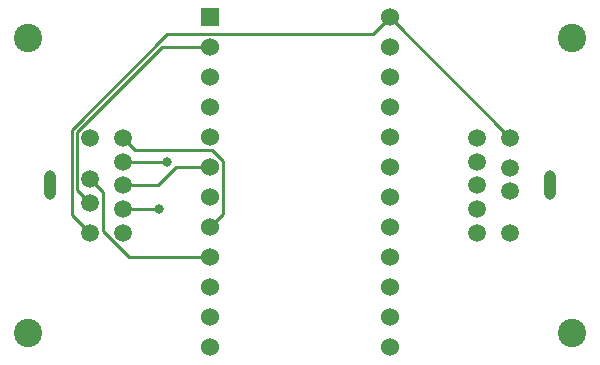
<source format=gbr>
%TF.GenerationSoftware,KiCad,Pcbnew,(5.1.10)-1*%
%TF.CreationDate,2021-08-16T22:09:14-05:00*%
%TF.ProjectId,Controller,436f6e74-726f-46c6-9c65-722e6b696361,rev?*%
%TF.SameCoordinates,Original*%
%TF.FileFunction,Copper,L2,Bot*%
%TF.FilePolarity,Positive*%
%FSLAX46Y46*%
G04 Gerber Fmt 4.6, Leading zero omitted, Abs format (unit mm)*
G04 Created by KiCad (PCBNEW (5.1.10)-1) date 2021-08-16 22:09:14*
%MOMM*%
%LPD*%
G01*
G04 APERTURE LIST*
%TA.AperFunction,ComponentPad*%
%ADD10C,1.524000*%
%TD*%
%TA.AperFunction,ComponentPad*%
%ADD11R,1.524000X1.524000*%
%TD*%
%TA.AperFunction,ComponentPad*%
%ADD12C,2.400000*%
%TD*%
%TA.AperFunction,ComponentPad*%
%ADD13O,1.000000X2.500000*%
%TD*%
%TA.AperFunction,ComponentPad*%
%ADD14C,1.500000*%
%TD*%
%TA.AperFunction,ViaPad*%
%ADD15C,0.800000*%
%TD*%
%TA.AperFunction,Conductor*%
%ADD16C,0.250000*%
%TD*%
G04 APERTURE END LIST*
D10*
%TO.P,UT2,24*%
%TO.N,Net-(ULH1-Pad3)*%
X53620000Y-21270000D03*
%TO.P,UT2,23*%
%TO.N,Net-(UT2-Pad23)*%
X53620000Y-23810000D03*
%TO.P,UT2,22*%
%TO.N,Net-(UT2-Pad22)*%
X53620000Y-26350000D03*
%TO.P,UT2,21*%
%TO.N,Net-(UT2-Pad21)*%
X53620000Y-28890000D03*
%TO.P,UT2,20*%
%TO.N,Net-(UT2-Pad20)*%
X53620000Y-31430000D03*
%TO.P,UT2,19*%
%TO.N,Net-(UT2-Pad19)*%
X53620000Y-33970000D03*
%TO.P,UT2,18*%
%TO.N,Net-(UT2-Pad18)*%
X53620000Y-36510000D03*
%TO.P,UT2,17*%
%TO.N,Net-(UT2-Pad17)*%
X53620000Y-39050000D03*
%TO.P,UT2,16*%
%TO.N,Net-(UT2-Pad16)*%
X53620000Y-41590000D03*
%TO.P,UT2,15*%
%TO.N,Net-(UT2-Pad15)*%
X53620000Y-44130000D03*
%TO.P,UT2,14*%
%TO.N,Net-(UT2-Pad14)*%
X53620000Y-46670000D03*
%TO.P,UT2,13*%
%TO.N,Net-(UT2-Pad13)*%
X53620000Y-49210000D03*
%TO.P,UT2,12*%
%TO.N,Net-(UT2-Pad12)*%
X38380000Y-49210000D03*
%TO.P,UT2,11*%
%TO.N,Net-(UT2-Pad11)*%
X38380000Y-46670000D03*
%TO.P,UT2,10*%
%TO.N,Net-(URH1-Pad2)*%
X38380000Y-44130000D03*
%TO.P,UT2,9*%
%TO.N,Net-(ULH1-Pad2)*%
X38380000Y-41590000D03*
%TO.P,UT2,8*%
%TO.N,Net-(ULH1-Pad9)*%
X38380000Y-39050000D03*
%TO.P,UT2,7*%
%TO.N,Net-(ULH1-Pad8)*%
X38380000Y-36510000D03*
%TO.P,UT2,6*%
%TO.N,Net-(ULH1-Pad5)*%
X38380000Y-33970000D03*
%TO.P,UT2,5*%
%TO.N,Net-(ULH1-Pad4)*%
X38380000Y-31430000D03*
%TO.P,UT2,4*%
%TO.N,Net-(ULH1-Pad7)*%
X38380000Y-28890000D03*
%TO.P,UT2,3*%
%TO.N,Net-(URH1-Pad1)*%
X38380000Y-26350000D03*
%TO.P,UT2,2*%
%TO.N,Net-(ULH1-Pad1)*%
X38380000Y-23810000D03*
D11*
%TO.P,UT2,1*%
%TO.N,Net-(ULH1-Pad6)*%
X38380000Y-21270000D03*
%TD*%
D12*
%TO.P,REF\u002A\u002A,HOLE*%
%TO.N,N/C*%
X23000000Y-48000000D03*
%TD*%
%TO.P,REF\u002A\u002A,HOLE*%
%TO.N,N/C*%
X69000000Y-48000000D03*
%TD*%
%TO.P,REF\u002A\u002A,HOLE*%
%TO.N,N/C*%
X69000000Y-23000000D03*
%TD*%
%TO.P,REF\u002A\u002A,HOLE*%
%TO.N,N/C*%
X23000000Y-23000000D03*
%TD*%
D13*
%TO.P,ULH1,HOLE*%
%TO.N,N/C*%
X24850000Y-35500000D03*
D14*
%TO.P,ULH1,2*%
%TO.N,Net-(ULH1-Pad2)*%
X28200000Y-35000000D03*
%TO.P,ULH1,1*%
%TO.N,Net-(ULH1-Pad1)*%
X28200000Y-37000000D03*
%TO.P,ULH1,3*%
%TO.N,Net-(ULH1-Pad3)*%
X28200000Y-39500000D03*
%TO.P,ULH1,6*%
%TO.N,Net-(ULH1-Pad6)*%
X28200000Y-31500000D03*
%TO.P,ULH1,9*%
%TO.N,Net-(ULH1-Pad9)*%
X31000000Y-31500000D03*
%TO.P,ULH1,8*%
%TO.N,Net-(ULH1-Pad8)*%
X31000000Y-33500000D03*
%TO.P,ULH1,5*%
%TO.N,Net-(ULH1-Pad5)*%
X31000000Y-35500000D03*
%TO.P,ULH1,4*%
%TO.N,Net-(ULH1-Pad4)*%
X31000000Y-37500000D03*
%TO.P,ULH1,7*%
%TO.N,Net-(ULH1-Pad7)*%
X31000000Y-39500000D03*
%TD*%
%TO.P,URH1,7*%
%TO.N,Net-(ULH1-Pad7)*%
X61000000Y-31500000D03*
%TO.P,URH1,4*%
%TO.N,Net-(ULH1-Pad4)*%
X61000000Y-33500000D03*
%TO.P,URH1,5*%
%TO.N,Net-(ULH1-Pad5)*%
X61000000Y-35500000D03*
%TO.P,URH1,8*%
%TO.N,Net-(ULH1-Pad8)*%
X61000000Y-37500000D03*
%TO.P,URH1,9*%
%TO.N,Net-(ULH1-Pad9)*%
X61000000Y-39500000D03*
%TO.P,URH1,6*%
%TO.N,Net-(ULH1-Pad6)*%
X63800000Y-39500000D03*
%TO.P,URH1,3*%
%TO.N,Net-(ULH1-Pad3)*%
X63800000Y-31500000D03*
%TO.P,URH1,1*%
%TO.N,Net-(URH1-Pad1)*%
X63800000Y-34000000D03*
%TO.P,URH1,2*%
%TO.N,Net-(URH1-Pad2)*%
X63800000Y-36000000D03*
D13*
%TO.P,URH1,HOLE*%
%TO.N,N/C*%
X67150000Y-35500000D03*
%TD*%
D15*
%TO.N,Net-(ULH1-Pad8)*%
X34737653Y-33500000D03*
%TO.N,Net-(ULH1-Pad4)*%
X34012653Y-37512653D03*
%TD*%
D16*
%TO.N,Net-(ULH1-Pad2)*%
X31498998Y-41590000D02*
X38380000Y-41590000D01*
X29275001Y-39366003D02*
X31498998Y-41590000D01*
X29275001Y-36075001D02*
X29275001Y-39366003D01*
X28200000Y-35000000D02*
X29275001Y-36075001D01*
%TO.N,Net-(ULH1-Pad1)*%
X27124999Y-35924999D02*
X28200000Y-37000000D01*
X27124999Y-30983999D02*
X27124999Y-35924999D01*
X34298998Y-23810000D02*
X27124999Y-30983999D01*
X38380000Y-23810000D02*
X34298998Y-23810000D01*
%TO.N,Net-(ULH1-Pad3)*%
X26674989Y-37974989D02*
X28200000Y-39500000D01*
X26674989Y-30797599D02*
X26674989Y-37974989D01*
X34749589Y-22722999D02*
X26674989Y-30797599D01*
X52167001Y-22722999D02*
X34749589Y-22722999D01*
X53620000Y-21270000D02*
X52167001Y-22722999D01*
X63800000Y-31450000D02*
X63800000Y-31500000D01*
X53620000Y-21270000D02*
X63800000Y-31450000D01*
%TO.N,Net-(ULH1-Pad9)*%
X39467001Y-37962999D02*
X38380000Y-39050000D01*
X39467001Y-33448239D02*
X39467001Y-37962999D01*
X38535763Y-32517001D02*
X39467001Y-33448239D01*
X32017001Y-32517001D02*
X38535763Y-32517001D01*
X31000000Y-31500000D02*
X32017001Y-32517001D01*
%TO.N,Net-(ULH1-Pad8)*%
X34737653Y-33500000D02*
X31000000Y-33500000D01*
%TO.N,Net-(ULH1-Pad5)*%
X38380000Y-33970000D02*
X35530000Y-33970000D01*
X34000000Y-35500000D02*
X31000000Y-35500000D01*
X35530000Y-33970000D02*
X34000000Y-35500000D01*
%TO.N,Net-(ULH1-Pad4)*%
X31012653Y-37512653D02*
X31000000Y-37500000D01*
X34012653Y-37512653D02*
X31012653Y-37512653D01*
%TD*%
M02*

</source>
